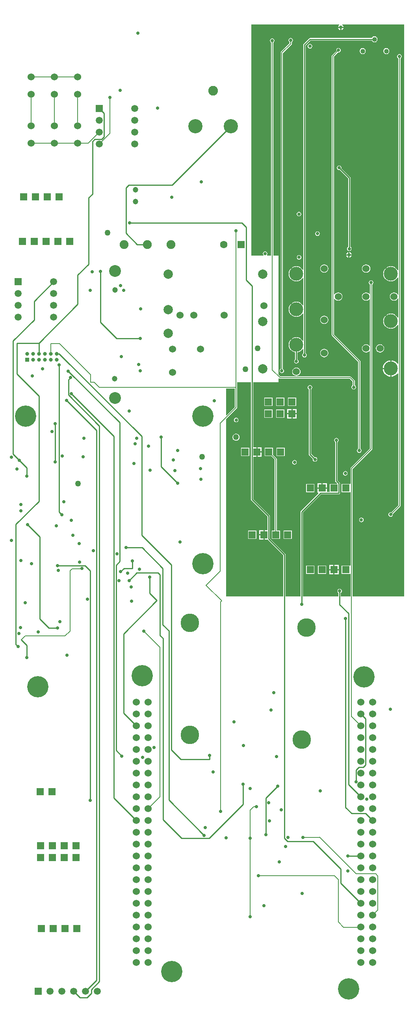
<source format=gbr>
G04 Layer_Physical_Order=5*
G04 Layer_Color=16440176*
%FSLAX26Y26*%
%MOIN*%
%TF.FileFunction,Copper,L5,Inr,Signal*%
%TF.Part,Single*%
G01*
G75*
%TA.AperFunction,Conductor*%
%ADD26C,0.010000*%
%ADD27C,0.008000*%
%TA.AperFunction,ComponentPad*%
%ADD29C,0.060000*%
%ADD30C,0.032500*%
%ADD31R,0.032500X0.032500*%
%ADD32C,0.100000*%
%ADD33C,0.047000*%
%ADD34R,0.060000X0.060000*%
%ADD35C,0.078740*%
%ADD36C,0.078740*%
%ADD37C,0.040000*%
%ADD38C,0.082000*%
%ADD39C,0.120000*%
%ADD40C,0.118110*%
%ADD41C,0.059055*%
%ADD42R,0.059055X0.059055*%
%ADD43C,0.047244*%
%TA.AperFunction,ViaPad*%
%ADD44C,0.060000*%
%TA.AperFunction,ComponentPad*%
%ADD45C,0.157000*%
%ADD46C,0.180000*%
%ADD47C,0.074803*%
%ADD48C,0.062992*%
%ADD49R,0.062992X0.062992*%
%TA.AperFunction,ViaPad*%
%ADD50C,0.027559*%
%ADD51C,0.050000*%
G36*
X1744202Y-447766D02*
X1673911Y-518057D01*
X1669291Y-516144D01*
X1669291Y-290673D01*
X1744202Y-290673D01*
X1744202Y-447766D01*
X1744202Y-447766D02*
G37*
G36*
X1880182Y-1229567D02*
X1880958Y-1233469D01*
X1883168Y-1236777D01*
X2020182Y-1373790D01*
X2020182Y-1487559D01*
X1994764Y-1487559D01*
X1994764Y-1527559D01*
X1994764Y-1567559D01*
X2021687Y-1567559D01*
X2023168Y-1569777D01*
X2152182Y-1698790D01*
X2152182Y-2047244D01*
X1669291Y-2047244D01*
X1669291Y-548631D01*
X1759867Y-458056D01*
X1761856Y-455079D01*
X1761972Y-454496D01*
X1762554Y-451567D01*
X1762554Y-281497D01*
X1762554Y-240157D01*
X1880182Y-240157D01*
X1880182Y-1229567D01*
X1880182Y-1229567D02*
G37*
G36*
X3177165Y-2047244D02*
X2739554Y-2047244D01*
X2739554Y-973368D01*
X2902867Y-810056D01*
X2904856Y-807079D01*
X2905554Y-803567D01*
X2905554Y-208879D01*
X2905554Y145452D01*
X2905554Y586979D01*
X2909917Y589894D01*
X2914068Y596106D01*
X2915525Y603433D01*
X2914068Y610760D01*
X2909917Y616972D01*
X2903705Y621123D01*
X2896378Y622580D01*
X2889050Y621123D01*
X2882839Y616972D01*
X2878688Y610760D01*
X2877231Y603433D01*
X2878688Y596106D01*
X2882839Y589894D01*
X2887202Y586979D01*
X2887202Y508183D01*
X2882202Y506486D01*
X2879292Y510277D01*
X2871981Y515887D01*
X2863467Y519414D01*
X2854330Y520617D01*
X2845193Y519414D01*
X2836679Y515887D01*
X2829368Y510277D01*
X2823758Y502966D01*
X2820231Y494452D01*
X2819028Y485315D01*
X2820231Y476178D01*
X2823758Y467664D01*
X2829368Y460353D01*
X2836679Y454743D01*
X2845193Y451216D01*
X2854330Y450013D01*
X2863467Y451216D01*
X2871981Y454743D01*
X2879292Y460353D01*
X2882202Y464144D01*
X2887202Y462447D01*
X2887202Y70113D01*
X2882202Y68416D01*
X2882202Y68416D01*
X2882202Y68416D01*
X2879292Y72207D01*
X2871981Y77817D01*
X2863467Y81344D01*
X2854330Y82547D01*
X2845193Y81344D01*
X2836679Y77817D01*
X2829368Y72207D01*
X2823758Y64896D01*
X2820231Y56382D01*
X2819028Y47245D01*
X2820231Y38108D01*
X2823758Y29594D01*
X2829368Y22283D01*
X2836679Y16673D01*
X2845193Y13146D01*
X2854330Y11943D01*
X2863467Y13146D01*
X2871981Y16673D01*
X2879292Y22283D01*
X2882202Y26074D01*
X2887202Y24377D01*
X2887202Y-799766D01*
X2723889Y-963078D01*
X2721900Y-966055D01*
X2721202Y-969567D01*
X2721202Y-1097197D01*
X2716890Y-1098858D01*
X2716202Y-1098858D01*
X2646890Y-1098858D01*
X2646890Y-1168858D01*
X2716202Y-1168858D01*
X2716890Y-1168858D01*
X2721202Y-1170520D01*
X2721202Y-1786173D01*
X2716890Y-1787835D01*
X2716202Y-1787835D01*
X2646890Y-1787835D01*
X2646890Y-1857835D01*
X2716202Y-1857835D01*
X2716890Y-1857835D01*
X2721202Y-1859496D01*
X2721202Y-2047244D01*
X2640944Y-2047244D01*
X2640944Y-2019340D01*
X2644287Y-2017106D01*
X2648438Y-2010894D01*
X2649895Y-2003567D01*
X2648438Y-1996240D01*
X2644287Y-1990028D01*
X2638075Y-1985877D01*
X2630748Y-1984420D01*
X2623421Y-1985877D01*
X2617209Y-1990028D01*
X2613058Y-1996240D01*
X2611601Y-2003567D01*
X2613058Y-2010894D01*
X2617209Y-2017106D01*
X2620552Y-2019340D01*
X2620552Y-2047244D01*
X2319156Y-2047244D01*
X2319156Y-1338208D01*
X2472601Y-1184763D01*
X2622378Y-1184763D01*
X2626280Y-1183987D01*
X2629588Y-1181777D01*
X2631798Y-1178469D01*
X2632574Y-1174567D01*
X2632574Y-1093567D01*
X2631798Y-1089665D01*
X2629588Y-1086357D01*
X2612574Y-1069344D01*
X2612574Y-745340D01*
X2615917Y-743106D01*
X2620068Y-736894D01*
X2621525Y-729567D01*
X2620068Y-722240D01*
X2615917Y-716028D01*
X2609705Y-711877D01*
X2602378Y-710420D01*
X2595050Y-711877D01*
X2588839Y-716028D01*
X2584688Y-722240D01*
X2583231Y-729567D01*
X2584688Y-736894D01*
X2588839Y-743106D01*
X2592182Y-745340D01*
X2592182Y-1073567D01*
X2592958Y-1077469D01*
X2595168Y-1080777D01*
X2608250Y-1093858D01*
X2606179Y-1098858D01*
X2546890Y-1098858D01*
X2546890Y-1164371D01*
X2521890Y-1164371D01*
X2521890Y-1138858D01*
X2441890Y-1138858D01*
X2441890Y-1173858D01*
X2448135Y-1173858D01*
X2450048Y-1178478D01*
X2301750Y-1326775D01*
X2299540Y-1330083D01*
X2298764Y-1333985D01*
X2298764Y-2047244D01*
X2172574Y-2047244D01*
X2172574Y-1694567D01*
X2171798Y-1690665D01*
X2169588Y-1687357D01*
X2040574Y-1558344D01*
X2040574Y-1369567D01*
X2039798Y-1365665D01*
X2037588Y-1362357D01*
X1900574Y-1225344D01*
X1900574Y-868740D01*
X1925709Y-868740D01*
X1925709Y-828740D01*
X1925709Y-788740D01*
X1900574Y-788740D01*
X1900574Y-240157D01*
X2114173Y-240157D01*
X2114173Y-208255D01*
X2119173Y-206666D01*
X2121236Y-208045D01*
X2124748Y-208743D01*
X2715947Y-208743D01*
X2740572Y-233368D01*
X2740572Y-264113D01*
X2736209Y-267028D01*
X2732058Y-273240D01*
X2730601Y-280567D01*
X2732058Y-287894D01*
X2736209Y-294106D01*
X2742421Y-298257D01*
X2749748Y-299714D01*
X2757075Y-298257D01*
X2763287Y-294106D01*
X2767438Y-287894D01*
X2768895Y-280567D01*
X2767438Y-273240D01*
X2763287Y-267028D01*
X2758924Y-264113D01*
X2758924Y-229567D01*
X2758226Y-226055D01*
X2756236Y-223078D01*
X2726236Y-193078D01*
X2723260Y-191089D01*
X2719748Y-190391D01*
X2128549Y-190391D01*
X2114173Y-176015D01*
X2114173Y814961D01*
X2114173Y830709D01*
X2068232Y830709D01*
X2068232Y2631182D01*
X2072595Y2634098D01*
X2076746Y2640310D01*
X2078203Y2647637D01*
X2076746Y2654964D01*
X2072595Y2661176D01*
X2066383Y2665327D01*
X2059056Y2666784D01*
X2051729Y2665327D01*
X2045517Y2661176D01*
X2041366Y2654964D01*
X2039909Y2647637D01*
X2041366Y2640310D01*
X2045517Y2634098D01*
X2049880Y2631182D01*
X2049880Y830709D01*
X2016835Y830709D01*
X2014500Y835709D01*
X2017438Y840106D01*
X2018895Y847433D01*
X2017438Y854760D01*
X2013287Y860972D01*
X2007075Y865123D01*
X1999748Y866580D01*
X1992420Y865123D01*
X1986209Y860972D01*
X1982058Y854760D01*
X1980601Y847433D01*
X1982058Y840106D01*
X1984996Y835709D01*
X1982661Y830709D01*
X1881890Y830709D01*
X1881890Y2785432D01*
X2626421Y2785433D01*
X2627937Y2780433D01*
X2623200Y2777267D01*
X2617944Y2769401D01*
X2617093Y2765123D01*
X2663595Y2765123D01*
X2662744Y2769401D01*
X2657488Y2777267D01*
X2652751Y2780433D01*
X2654267Y2785433D01*
X3177166Y2785433D01*
X3177165Y-2047244D01*
X3177165Y-2047244D02*
G37*
%LPC*%
G36*
X1865709Y-793740D02*
X1795709Y-793740D01*
X1795709Y-863740D01*
X1865709Y-863740D01*
X1865709Y-793740D01*
X1865709Y-793740D02*
G37*
G36*
X1753748Y-673308D02*
X1745916Y-674339D01*
X1738619Y-677362D01*
X1732352Y-682171D01*
X1727543Y-688438D01*
X1724520Y-695735D01*
X1723489Y-703567D01*
X1724520Y-711399D01*
X1727543Y-718696D01*
X1732352Y-724963D01*
X1738619Y-729772D01*
X1745916Y-732795D01*
X1753748Y-733826D01*
X1761580Y-732795D01*
X1768877Y-729772D01*
X1775144Y-724963D01*
X1779953Y-718696D01*
X1782976Y-711399D01*
X1784007Y-703567D01*
X1782976Y-695735D01*
X1779953Y-688438D01*
X1775144Y-682171D01*
X1768877Y-677362D01*
X1761580Y-674339D01*
X1753748Y-673308D01*
X1753748Y-673308D02*
G37*
G36*
X1754748Y-538420D02*
X1747420Y-539877D01*
X1741209Y-544028D01*
X1737058Y-550240D01*
X1735601Y-557567D01*
X1737058Y-564894D01*
X1741209Y-571106D01*
X1747420Y-575257D01*
X1754748Y-576714D01*
X1762075Y-575257D01*
X1768287Y-571106D01*
X1772438Y-564894D01*
X1773895Y-557567D01*
X1772438Y-550240D01*
X1768287Y-544028D01*
X1762075Y-539877D01*
X1754748Y-538420D01*
X1754748Y-538420D02*
G37*
G36*
X1984764Y-1532559D02*
X1949764Y-1532559D01*
X1949764Y-1567559D01*
X1984764Y-1567559D01*
X1984764Y-1532559D01*
X1984764Y-1532559D02*
G37*
G36*
X1984764Y-1487559D02*
X1949764Y-1487559D01*
X1949764Y-1522559D01*
X1984764Y-1522559D01*
X1984764Y-1487559D01*
X1984764Y-1487559D02*
G37*
G36*
X1924764Y-1492559D02*
X1854764Y-1492559D01*
X1854764Y-1562559D01*
X1924764Y-1562559D01*
X1924764Y-1492559D01*
X1924764Y-1492559D02*
G37*
G36*
X1970709Y-833740D02*
X1935709Y-833740D01*
X1935709Y-868740D01*
X1970709Y-868740D01*
X1970709Y-833740D01*
X1970709Y-833740D02*
G37*
G36*
X2165709Y-793740D02*
X2095709Y-793740D01*
X2095709Y-863740D01*
X2165709Y-863740D01*
X2165709Y-793740D01*
X2165709Y-793740D02*
G37*
G36*
X2678378Y-989420D02*
X2671050Y-990877D01*
X2664839Y-995028D01*
X2660688Y-1001240D01*
X2659231Y-1008567D01*
X2660688Y-1015894D01*
X2664839Y-1022106D01*
X2671050Y-1026257D01*
X2678378Y-1027714D01*
X2685705Y-1026257D01*
X2691917Y-1022106D01*
X2696068Y-1015894D01*
X2697525Y-1008567D01*
X2696068Y-1001240D01*
X2691917Y-995028D01*
X2685705Y-990877D01*
X2678378Y-989420D01*
X2678378Y-989420D02*
G37*
G36*
X2248032Y-896208D02*
X2240704Y-897665D01*
X2234493Y-901816D01*
X2230342Y-908028D01*
X2228885Y-915355D01*
X2230342Y-922682D01*
X2234493Y-928894D01*
X2240704Y-933045D01*
X2248032Y-934502D01*
X2255359Y-933045D01*
X2261571Y-928894D01*
X2265722Y-922682D01*
X2267179Y-915355D01*
X2265722Y-908028D01*
X2261571Y-901816D01*
X2255359Y-897665D01*
X2248032Y-896208D01*
X2248032Y-896208D02*
G37*
G36*
X2378748Y-262420D02*
X2371421Y-263877D01*
X2365209Y-268028D01*
X2361058Y-274240D01*
X2359601Y-281567D01*
X2361058Y-288894D01*
X2365209Y-295106D01*
X2368552Y-297340D01*
X2368552Y-847937D01*
X2369328Y-851839D01*
X2371538Y-855147D01*
X2403015Y-886623D01*
X2402231Y-890567D01*
X2403688Y-897894D01*
X2407839Y-904106D01*
X2414050Y-908257D01*
X2421378Y-909714D01*
X2428705Y-908257D01*
X2434917Y-904106D01*
X2439068Y-897894D01*
X2440525Y-890567D01*
X2439068Y-883240D01*
X2434917Y-877028D01*
X2428705Y-872877D01*
X2421378Y-871420D01*
X2417434Y-872204D01*
X2388944Y-843714D01*
X2388944Y-297340D01*
X2392287Y-295106D01*
X2396438Y-288894D01*
X2397895Y-281567D01*
X2396438Y-274240D01*
X2392287Y-268028D01*
X2386075Y-263877D01*
X2378748Y-262420D01*
X2378748Y-262420D02*
G37*
G36*
X1970709Y-788740D02*
X1935709Y-788740D01*
X1935709Y-823740D01*
X1970709Y-823740D01*
X1970709Y-788740D01*
X1970709Y-788740D02*
G37*
G36*
X2267559Y-508937D02*
X2232559Y-508937D01*
X2232559Y-543937D01*
X2267559Y-543937D01*
X2267559Y-508937D01*
X2267559Y-508937D02*
G37*
G36*
X2062559Y-468937D02*
X1992559Y-468937D01*
X1992559Y-538937D01*
X2062559Y-538937D01*
X2062559Y-468937D01*
X2062559Y-468937D02*
G37*
G36*
X2162559Y-468937D02*
X2092559Y-468937D01*
X2092559Y-538937D01*
X2162559Y-538937D01*
X2162559Y-468937D01*
X2162559Y-468937D02*
G37*
G36*
X2222559Y-508937D02*
X2187559Y-508937D01*
X2187559Y-543937D01*
X2222559Y-543937D01*
X2222559Y-508937D01*
X2222559Y-508937D02*
G37*
G36*
X2521890Y-1093858D02*
X2486890Y-1093858D01*
X2486890Y-1128858D01*
X2521890Y-1128858D01*
X2521890Y-1093858D01*
X2521890Y-1093858D02*
G37*
G36*
X2576890Y-1782835D02*
X2541890Y-1782835D01*
X2541890Y-1817835D01*
X2576890Y-1817835D01*
X2576890Y-1782835D01*
X2576890Y-1782835D02*
G37*
G36*
X2621890Y-1782835D02*
X2586890Y-1782835D01*
X2586890Y-1817835D01*
X2621890Y-1817835D01*
X2621890Y-1782835D01*
X2621890Y-1782835D02*
G37*
G36*
X2516890Y-1787835D02*
X2446890Y-1787835D01*
X2446890Y-1857835D01*
X2516890Y-1857835D01*
X2516890Y-1787835D01*
X2516890Y-1787835D02*
G37*
G36*
X2576890Y-1827835D02*
X2541890Y-1827835D01*
X2541890Y-1862835D01*
X2576890Y-1862835D01*
X2576890Y-1827835D01*
X2576890Y-1827835D02*
G37*
G36*
X2621890Y-1827835D02*
X2586890Y-1827835D01*
X2586890Y-1862835D01*
X2621890Y-1862835D01*
X2621890Y-1827835D01*
X2621890Y-1827835D02*
G37*
G36*
X2416890Y-1787835D02*
X2346890Y-1787835D01*
X2346890Y-1857835D01*
X2416890Y-1857835D01*
X2416890Y-1787835D01*
X2416890Y-1787835D02*
G37*
G36*
X2814378Y-1382420D02*
X2807050Y-1383877D01*
X2800839Y-1388028D01*
X2796688Y-1394240D01*
X2795231Y-1401567D01*
X2796688Y-1408894D01*
X2800839Y-1415106D01*
X2807050Y-1419257D01*
X2814378Y-1420714D01*
X2821705Y-1419257D01*
X2827917Y-1415106D01*
X2832068Y-1408894D01*
X2833525Y-1401567D01*
X2832068Y-1394240D01*
X2827917Y-1388028D01*
X2821705Y-1383877D01*
X2814378Y-1382420D01*
X2814378Y-1382420D02*
G37*
G36*
X2416890Y-1098858D02*
X2346890Y-1098858D01*
X2346890Y-1168858D01*
X2416890Y-1168858D01*
X2416890Y-1098858D01*
X2416890Y-1098858D02*
G37*
G36*
X2476890Y-1093858D02*
X2441890Y-1093858D01*
X2441890Y-1128858D01*
X2476890Y-1128858D01*
X2476890Y-1093858D01*
X2476890Y-1093858D02*
G37*
G36*
X2065709Y-793740D02*
X1995709Y-793740D01*
X1995709Y-863740D01*
X2052730Y-863740D01*
X2080588Y-891598D01*
X2080588Y-1492559D01*
X2054764Y-1492559D01*
X2054764Y-1562559D01*
X2124764Y-1562559D01*
X2124764Y-1492559D01*
X2098940Y-1492559D01*
X2098940Y-887797D01*
X2098242Y-884285D01*
X2096253Y-881308D01*
X2065709Y-850764D01*
X2065709Y-793740D01*
X2065709Y-793740D02*
G37*
G36*
X2224764Y-1492559D02*
X2154764Y-1492559D01*
X2154764Y-1562559D01*
X2224764Y-1562559D01*
X2224764Y-1492559D01*
X2224764Y-1492559D02*
G37*
G36*
X2713378Y860684D02*
X2713378Y842433D01*
X2731629Y842433D01*
X2730778Y846711D01*
X2725522Y854577D01*
X2717656Y859833D01*
X2713378Y860684D01*
X2713378Y860684D02*
G37*
G36*
X2625984Y1591982D02*
X2618657Y1590525D01*
X2612445Y1586374D01*
X2608294Y1580162D01*
X2606836Y1572835D01*
X2608294Y1565508D01*
X2612445Y1559296D01*
X2618657Y1555145D01*
X2625984Y1553688D01*
X2629928Y1554472D01*
X2701552Y1482848D01*
X2701552Y905206D01*
X2698209Y902972D01*
X2694058Y896760D01*
X2692601Y889433D01*
X2694058Y882106D01*
X2698209Y875894D01*
X2704421Y871743D01*
X2711748Y870286D01*
X2719075Y871743D01*
X2725287Y875894D01*
X2729438Y882106D01*
X2730895Y889433D01*
X2729438Y896760D01*
X2725287Y902972D01*
X2721944Y905206D01*
X2721944Y1487071D01*
X2721168Y1490973D01*
X2718957Y1494281D01*
X2644347Y1568891D01*
X2645131Y1572835D01*
X2643674Y1580162D01*
X2639523Y1586374D01*
X2633311Y1590525D01*
X2625984Y1591982D01*
X2625984Y1591982D02*
G37*
G36*
X2442748Y1035580D02*
X2435421Y1034123D01*
X2429209Y1029972D01*
X2425058Y1023760D01*
X2423601Y1016433D01*
X2425058Y1009106D01*
X2429209Y1002894D01*
X2435421Y998743D01*
X2442748Y997286D01*
X2450075Y998743D01*
X2456287Y1002894D01*
X2460438Y1009106D01*
X2461895Y1016433D01*
X2460438Y1023760D01*
X2456287Y1029972D01*
X2450075Y1034123D01*
X2442748Y1035580D01*
X2442748Y1035580D02*
G37*
G36*
X2703378Y860684D02*
X2699100Y859833D01*
X2691234Y854577D01*
X2685978Y846711D01*
X2685127Y842433D01*
X2703378Y842433D01*
X2703378Y860684D01*
X2703378Y860684D02*
G37*
G36*
X2287378Y835580D02*
X2280050Y834123D01*
X2273839Y829972D01*
X2269688Y823760D01*
X2268231Y816433D01*
X2269688Y809106D01*
X2273839Y802894D01*
X2280050Y798743D01*
X2287378Y797286D01*
X2294705Y798743D01*
X2300917Y802894D01*
X2305068Y809106D01*
X2306525Y816433D01*
X2305068Y823760D01*
X2300917Y829972D01*
X2294705Y834123D01*
X2287378Y835580D01*
X2287378Y835580D02*
G37*
G36*
X2703378Y832433D02*
X2685127Y832433D01*
X2685978Y828155D01*
X2691234Y820289D01*
X2699100Y815033D01*
X2703378Y814182D01*
X2703378Y832433D01*
X2703378Y832433D02*
G37*
G36*
X2731629Y832433D02*
X2713378Y832433D01*
X2713378Y814182D01*
X2717656Y815033D01*
X2725522Y820289D01*
X2730778Y828155D01*
X2731629Y832433D01*
X2731629Y832433D02*
G37*
G36*
X2286748Y1201580D02*
X2279421Y1200123D01*
X2273209Y1195972D01*
X2269058Y1189760D01*
X2267601Y1182433D01*
X2269058Y1175106D01*
X2273209Y1168894D01*
X2279421Y1164743D01*
X2286748Y1163286D01*
X2294075Y1164743D01*
X2300287Y1168894D01*
X2304438Y1175106D01*
X2305895Y1182433D01*
X2304438Y1189760D01*
X2300287Y1195972D01*
X2294075Y1200123D01*
X2286748Y1201580D01*
X2286748Y1201580D02*
G37*
G36*
X2925378Y2684923D02*
X2915623Y2682983D01*
X2907354Y2677457D01*
X2902123Y2669629D01*
X2379378Y2669629D01*
X2375476Y2668853D01*
X2372168Y2666643D01*
X2326168Y2620643D01*
X2323958Y2617335D01*
X2323182Y2613433D01*
X2323182Y712203D01*
X2318332Y710989D01*
X2317297Y712925D01*
X2309292Y722678D01*
X2299539Y730683D01*
X2288411Y736631D01*
X2276336Y740293D01*
X2263780Y741530D01*
X2251222Y740293D01*
X2239148Y736631D01*
X2228020Y730683D01*
X2218267Y722678D01*
X2210262Y712925D01*
X2204314Y701797D01*
X2200651Y689722D01*
X2199414Y677165D01*
X2200651Y664608D01*
X2204314Y652534D01*
X2210262Y641406D01*
X2218267Y631652D01*
X2228020Y623648D01*
X2239148Y617700D01*
X2251222Y614037D01*
X2263780Y612800D01*
X2276336Y614037D01*
X2288411Y617700D01*
X2299539Y623648D01*
X2309292Y631652D01*
X2317297Y641406D01*
X2318332Y643342D01*
X2323182Y642127D01*
X2323182Y412204D01*
X2318332Y410989D01*
X2317297Y412925D01*
X2309292Y422678D01*
X2299539Y430683D01*
X2288411Y436631D01*
X2276336Y440293D01*
X2263780Y441530D01*
X2251222Y440293D01*
X2239148Y436631D01*
X2228020Y430683D01*
X2218267Y422678D01*
X2210262Y412925D01*
X2204314Y401797D01*
X2200651Y389722D01*
X2199414Y377165D01*
X2200651Y364608D01*
X2204314Y352534D01*
X2210262Y341406D01*
X2218267Y331652D01*
X2228020Y323648D01*
X2239148Y317700D01*
X2251222Y314037D01*
X2263780Y312800D01*
X2276336Y314037D01*
X2288411Y317700D01*
X2299539Y323648D01*
X2309292Y331652D01*
X2317297Y341406D01*
X2318332Y343342D01*
X2323182Y342127D01*
X2323182Y112204D01*
X2318332Y110989D01*
X2317297Y112925D01*
X2309292Y122678D01*
X2299539Y130683D01*
X2288411Y136631D01*
X2276336Y140293D01*
X2263780Y141530D01*
X2251222Y140293D01*
X2239148Y136631D01*
X2228020Y130683D01*
X2218267Y122678D01*
X2210262Y112925D01*
X2204314Y101797D01*
X2200651Y89722D01*
X2199414Y77165D01*
X2200651Y64608D01*
X2204314Y52534D01*
X2210262Y41406D01*
X2218267Y31652D01*
X2228020Y23648D01*
X2239148Y17700D01*
X2251222Y14037D01*
X2253584Y13805D01*
X2253584Y-46794D01*
X2250241Y-49028D01*
X2246090Y-55240D01*
X2244633Y-62567D01*
X2246090Y-69894D01*
X2250241Y-76106D01*
X2256452Y-80257D01*
X2263780Y-81714D01*
X2271107Y-80257D01*
X2277319Y-76106D01*
X2281470Y-69894D01*
X2282927Y-62567D01*
X2281470Y-55240D01*
X2277319Y-49028D01*
X2273976Y-46794D01*
X2273976Y13805D01*
X2276336Y14037D01*
X2288411Y17700D01*
X2299539Y23648D01*
X2309292Y31652D01*
X2317297Y41406D01*
X2318332Y43342D01*
X2323182Y42127D01*
X2323182Y5418D01*
X2319839Y3184D01*
X2315688Y-3028D01*
X2314231Y-10355D01*
X2315688Y-17682D01*
X2319839Y-23894D01*
X2326050Y-28045D01*
X2333378Y-29502D01*
X2340705Y-28045D01*
X2346917Y-23894D01*
X2351068Y-17682D01*
X2352525Y-10355D01*
X2351068Y-3028D01*
X2346917Y3184D01*
X2343574Y5418D01*
X2343574Y2609210D01*
X2383601Y2649237D01*
X2902123Y2649237D01*
X2907354Y2641409D01*
X2915623Y2635883D01*
X2925378Y2633943D01*
X2935132Y2635883D01*
X2943402Y2641409D01*
X2948927Y2649678D01*
X2950868Y2659433D01*
X2948927Y2669188D01*
X2943402Y2677457D01*
X2935132Y2682983D01*
X2925378Y2684923D01*
X2925378Y2684923D02*
G37*
G36*
X2635344Y2755123D02*
X2617093Y2755123D01*
X2617944Y2750845D01*
X2623200Y2742979D01*
X2631066Y2737723D01*
X2635344Y2736872D01*
X2635344Y2755123D01*
X2635344Y2755123D02*
G37*
G36*
X2663595Y2755123D02*
X2645344Y2755123D01*
X2645344Y2736872D01*
X2649622Y2737723D01*
X2657488Y2742979D01*
X2662744Y2750845D01*
X2663595Y2755123D01*
X2663595Y2755123D02*
G37*
G36*
X2378748Y2619580D02*
X2371421Y2618123D01*
X2365209Y2613972D01*
X2361058Y2607760D01*
X2359601Y2600433D01*
X2361058Y2593106D01*
X2365209Y2586894D01*
X2371421Y2582743D01*
X2378748Y2581286D01*
X2386075Y2582743D01*
X2392287Y2586894D01*
X2396438Y2593106D01*
X2397895Y2600433D01*
X2396438Y2607760D01*
X2392287Y2613972D01*
X2386075Y2618123D01*
X2378748Y2619580D01*
X2378748Y2619580D02*
G37*
G36*
X2825378Y2584923D02*
X2815623Y2582983D01*
X2807354Y2577457D01*
X2801828Y2569188D01*
X2799888Y2559433D01*
X2801828Y2549678D01*
X2807354Y2541409D01*
X2815623Y2535883D01*
X2825378Y2533943D01*
X2835132Y2535883D01*
X2843402Y2541409D01*
X2848927Y2549678D01*
X2850868Y2559433D01*
X2848927Y2569188D01*
X2843402Y2577457D01*
X2835132Y2582983D01*
X2825378Y2584923D01*
X2825378Y2584923D02*
G37*
G36*
X3025378Y2584923D02*
X3015623Y2582983D01*
X3007354Y2577457D01*
X3001828Y2569188D01*
X2999888Y2559433D01*
X3001828Y2549678D01*
X3007354Y2541409D01*
X3015623Y2535883D01*
X3025378Y2533943D01*
X3035132Y2535883D01*
X3043402Y2541409D01*
X3048927Y2549678D01*
X3050868Y2559433D01*
X3048927Y2569188D01*
X3043402Y2577457D01*
X3035132Y2582983D01*
X3025378Y2584923D01*
X3025378Y2584923D02*
G37*
G36*
X2620378Y2585580D02*
X2613050Y2584123D01*
X2606839Y2579972D01*
X2602688Y2573760D01*
X2601231Y2566433D01*
X2602254Y2561287D01*
X2566889Y2525922D01*
X2564900Y2522945D01*
X2564202Y2519433D01*
X2564202Y160433D01*
X2564900Y156921D01*
X2566889Y153944D01*
X2787386Y-66552D01*
X2787386Y-800225D01*
X2783023Y-803140D01*
X2778872Y-809352D01*
X2777414Y-816679D01*
X2778872Y-824006D01*
X2783023Y-830218D01*
X2789235Y-834369D01*
X2796562Y-835826D01*
X2803889Y-834369D01*
X2810101Y-830218D01*
X2814252Y-824006D01*
X2815709Y-816679D01*
X2814252Y-809352D01*
X2810101Y-803140D01*
X2805738Y-800225D01*
X2805738Y-208879D01*
X2805738Y-62751D01*
X2805040Y-59239D01*
X2803050Y-56262D01*
X2793582Y-46794D01*
X2775918Y-29130D01*
X2775918Y-29130D01*
X2582554Y164234D01*
X2582554Y466629D01*
X2587537Y467664D01*
X2593148Y460353D01*
X2600459Y454743D01*
X2608973Y451216D01*
X2618110Y450013D01*
X2627247Y451216D01*
X2635761Y454743D01*
X2643072Y460353D01*
X2648682Y467664D01*
X2652209Y476178D01*
X2653412Y485315D01*
X2652209Y494452D01*
X2648682Y502966D01*
X2643072Y510277D01*
X2635761Y515887D01*
X2627247Y519414D01*
X2618110Y520617D01*
X2608973Y519414D01*
X2600459Y515887D01*
X2593148Y510277D01*
X2587537Y502966D01*
X2582554Y504001D01*
X2582554Y2515632D01*
X2615231Y2548309D01*
X2620378Y2547286D01*
X2627705Y2548743D01*
X2633917Y2552894D01*
X2638068Y2559106D01*
X2639525Y2566433D01*
X2638068Y2573760D01*
X2633917Y2579972D01*
X2627705Y2584123D01*
X2620378Y2585580D01*
X2620378Y2585580D02*
G37*
G36*
X2262559Y-368937D02*
X2192559Y-368937D01*
X2192559Y-438937D01*
X2262559Y-438937D01*
X2262559Y-368937D01*
X2262559Y-368937D02*
G37*
G36*
X3058780Y-127835D02*
X2994883Y-127835D01*
X2995724Y-136372D01*
X2999672Y-149389D01*
X3006084Y-161385D01*
X3014714Y-171900D01*
X3025229Y-180530D01*
X3037225Y-186942D01*
X3050242Y-190891D01*
X3058780Y-191731D01*
X3058780Y-127835D01*
X3058780Y-127835D02*
G37*
G36*
X2263780Y-114305D02*
X2254643Y-115508D01*
X2246129Y-119035D01*
X2238818Y-124645D01*
X2233207Y-131956D01*
X2229681Y-140470D01*
X2228478Y-149607D01*
X2229681Y-158744D01*
X2233207Y-167258D01*
X2238818Y-174569D01*
X2246129Y-180179D01*
X2254643Y-183706D01*
X2263780Y-184909D01*
X2272917Y-183706D01*
X2281431Y-180179D01*
X2288742Y-174569D01*
X2294352Y-167258D01*
X2297879Y-158744D01*
X2299082Y-149607D01*
X2297879Y-140470D01*
X2294352Y-131956D01*
X2288742Y-124645D01*
X2281431Y-119035D01*
X2272917Y-115508D01*
X2263780Y-114305D01*
X2263780Y-114305D02*
G37*
G36*
X2162559Y-368937D02*
X2092559Y-368937D01*
X2092559Y-438937D01*
X2162559Y-438937D01*
X2162559Y-368937D01*
X2162559Y-368937D02*
G37*
G36*
X2222559Y-463937D02*
X2187559Y-463937D01*
X2187559Y-498937D01*
X2222559Y-498937D01*
X2222559Y-463937D01*
X2222559Y-463937D02*
G37*
G36*
X2267559Y-463937D02*
X2232559Y-463937D01*
X2232559Y-498937D01*
X2267559Y-498937D01*
X2267559Y-463937D01*
X2267559Y-463937D02*
G37*
G36*
X2062559Y-368937D02*
X1992559Y-368937D01*
X1992559Y-438937D01*
X2062559Y-438937D01*
X2062559Y-368937D01*
X2062559Y-368937D02*
G37*
G36*
X2216536Y2670722D02*
X2209209Y2669265D01*
X2202997Y2665114D01*
X2198846Y2658902D01*
X2197389Y2651575D01*
X2198846Y2644248D01*
X2202997Y2638036D01*
X2207360Y2635120D01*
X2207360Y2626022D01*
X2134259Y2552922D01*
X2132270Y2549945D01*
X2131572Y2546433D01*
X2131572Y-125112D01*
X2127209Y-128028D01*
X2123058Y-134240D01*
X2121601Y-141567D01*
X2123058Y-148894D01*
X2127209Y-155106D01*
X2133421Y-159257D01*
X2140748Y-160714D01*
X2148075Y-159257D01*
X2154287Y-155106D01*
X2158438Y-148894D01*
X2159895Y-141567D01*
X2158438Y-134240D01*
X2154287Y-128028D01*
X2149924Y-125112D01*
X2149924Y2542632D01*
X2223024Y2615732D01*
X2225014Y2618709D01*
X2225712Y2622221D01*
X2225712Y2635120D01*
X2230075Y2638036D01*
X2234226Y2644248D01*
X2235683Y2651575D01*
X2234226Y2658902D01*
X2230075Y2665114D01*
X2223863Y2669265D01*
X2216536Y2670722D01*
X2216536Y2670722D02*
G37*
G36*
X2500000Y756837D02*
X2490863Y755634D01*
X2482349Y752107D01*
X2475038Y746497D01*
X2469427Y739186D01*
X2465901Y730672D01*
X2464698Y721535D01*
X2465901Y712398D01*
X2469427Y703884D01*
X2475038Y696573D01*
X2482349Y690963D01*
X2490863Y687436D01*
X2500000Y686233D01*
X2509137Y687436D01*
X2517651Y690963D01*
X2524962Y696573D01*
X2530572Y703884D01*
X2534099Y712398D01*
X2535302Y721535D01*
X2534099Y730672D01*
X2530572Y739186D01*
X2524962Y746497D01*
X2517651Y752107D01*
X2509137Y755634D01*
X2500000Y756837D01*
X2500000Y756837D02*
G37*
G36*
X2854330Y756837D02*
X2845193Y755634D01*
X2836679Y752107D01*
X2829368Y746497D01*
X2823758Y739186D01*
X2820231Y730672D01*
X2819028Y721535D01*
X2820231Y712398D01*
X2823758Y703884D01*
X2829368Y696573D01*
X2836679Y690963D01*
X2845193Y687436D01*
X2854330Y686233D01*
X2863467Y687436D01*
X2871981Y690963D01*
X2879292Y696573D01*
X2884902Y703884D01*
X2888429Y712398D01*
X2889632Y721535D01*
X2888429Y730672D01*
X2884902Y739186D01*
X2879292Y746497D01*
X2871981Y752107D01*
X2863467Y755634D01*
X2854330Y756837D01*
X2854330Y756837D02*
G37*
G36*
X3135378Y2534580D02*
X3128050Y2533123D01*
X3121839Y2528972D01*
X3117688Y2522760D01*
X3116231Y2515433D01*
X3117688Y2508106D01*
X3121839Y2501894D01*
X3126202Y2498979D01*
X3126202Y706872D01*
X3121202Y705620D01*
X3117297Y712925D01*
X3109292Y722678D01*
X3099539Y730683D01*
X3088411Y736631D01*
X3076336Y740293D01*
X3063780Y741530D01*
X3051222Y740293D01*
X3039148Y736631D01*
X3028020Y730683D01*
X3018267Y722678D01*
X3010262Y712925D01*
X3004314Y701797D01*
X3000651Y689722D01*
X2999414Y677165D01*
X3000651Y664608D01*
X3004314Y652534D01*
X3010262Y641406D01*
X3018267Y631652D01*
X3028020Y623648D01*
X3039148Y617700D01*
X3051222Y614037D01*
X3063780Y612800D01*
X3076336Y614037D01*
X3088411Y617700D01*
X3099539Y623648D01*
X3109292Y631652D01*
X3117297Y641406D01*
X3121202Y648711D01*
X3126202Y647458D01*
X3126202Y503769D01*
X3121202Y502775D01*
X3121122Y502966D01*
X3115512Y510277D01*
X3108201Y515887D01*
X3099687Y519414D01*
X3090550Y520617D01*
X3081413Y519414D01*
X3072899Y515887D01*
X3065588Y510277D01*
X3059977Y502966D01*
X3056451Y494452D01*
X3055248Y485315D01*
X3056451Y476178D01*
X3059977Y467664D01*
X3065588Y460353D01*
X3072899Y454743D01*
X3081413Y451216D01*
X3090550Y450013D01*
X3099687Y451216D01*
X3108201Y454743D01*
X3115512Y460353D01*
X3121122Y467664D01*
X3121202Y467855D01*
X3126202Y466861D01*
X3126202Y306872D01*
X3121202Y305620D01*
X3117297Y312925D01*
X3109292Y322678D01*
X3099539Y330683D01*
X3088411Y336631D01*
X3076336Y340293D01*
X3063780Y341530D01*
X3051222Y340293D01*
X3039148Y336631D01*
X3028020Y330683D01*
X3018267Y322678D01*
X3010262Y312925D01*
X3004314Y301797D01*
X3000651Y289722D01*
X2999414Y277165D01*
X3000651Y264608D01*
X3004314Y252534D01*
X3010262Y241406D01*
X3018267Y231652D01*
X3028020Y223648D01*
X3039148Y217700D01*
X3051222Y214037D01*
X3063780Y212800D01*
X3076336Y214037D01*
X3088411Y217700D01*
X3099539Y223648D01*
X3109292Y231652D01*
X3117297Y241406D01*
X3121202Y248711D01*
X3126202Y247458D01*
X3126202Y-80362D01*
X3121554Y-83952D01*
X3121202Y-83951D01*
X3112845Y-73769D01*
X3102330Y-65140D01*
X3090334Y-58727D01*
X3077317Y-54779D01*
X3068780Y-53938D01*
X3068780Y-122835D01*
X3068780Y-191731D01*
X3077317Y-190891D01*
X3090334Y-186942D01*
X3102330Y-180530D01*
X3112845Y-171900D01*
X3121202Y-161718D01*
X3121554Y-161718D01*
X3126202Y-165307D01*
X3126202Y-1278498D01*
X3066524Y-1338175D01*
X3061378Y-1337152D01*
X3054050Y-1338609D01*
X3047839Y-1342760D01*
X3043688Y-1348972D01*
X3042231Y-1356299D01*
X3043688Y-1363626D01*
X3047839Y-1369838D01*
X3054050Y-1373989D01*
X3061378Y-1375446D01*
X3068705Y-1373989D01*
X3074917Y-1369838D01*
X3079068Y-1363626D01*
X3080525Y-1356299D01*
X3079502Y-1351152D01*
X3141867Y-1288788D01*
X3143856Y-1285811D01*
X3144554Y-1282299D01*
X3144554Y-208879D01*
X3144554Y145452D01*
X3144554Y2498979D01*
X3148917Y2501894D01*
X3153068Y2508106D01*
X3154525Y2515433D01*
X3153068Y2522760D01*
X3148917Y2528972D01*
X3142705Y2533123D01*
X3135378Y2534580D01*
X3135378Y2534580D02*
G37*
G36*
X2500000Y323767D02*
X2490863Y322564D01*
X2482349Y319037D01*
X2475038Y313427D01*
X2469427Y306116D01*
X2465901Y297602D01*
X2464698Y288465D01*
X2465901Y279328D01*
X2469427Y270814D01*
X2475038Y263503D01*
X2482349Y257893D01*
X2490863Y254366D01*
X2500000Y253163D01*
X2509137Y254366D01*
X2517651Y257893D01*
X2524962Y263503D01*
X2530572Y270814D01*
X2534099Y279328D01*
X2535302Y288465D01*
X2534099Y297602D01*
X2530572Y306116D01*
X2524962Y313427D01*
X2517651Y319037D01*
X2509137Y322564D01*
X2500000Y323767D01*
X2500000Y323767D02*
G37*
G36*
X3058780Y-53938D02*
X3050242Y-54779D01*
X3037225Y-58727D01*
X3025229Y-65140D01*
X3014714Y-73769D01*
X3006084Y-84284D01*
X2999672Y-96281D01*
X2995724Y-109297D01*
X2994883Y-117835D01*
X3058780Y-117835D01*
X3058780Y-53938D01*
X3058780Y-53938D02*
G37*
G36*
X2500000Y43177D02*
X2490863Y41974D01*
X2482349Y38447D01*
X2475038Y32837D01*
X2469427Y25526D01*
X2465901Y17012D01*
X2464698Y7875D01*
X2465901Y-1262D01*
X2469427Y-9776D01*
X2475038Y-17087D01*
X2482349Y-22697D01*
X2490863Y-26224D01*
X2500000Y-27427D01*
X2509137Y-26224D01*
X2517651Y-22697D01*
X2524962Y-17087D01*
X2530572Y-9776D01*
X2534099Y-1262D01*
X2535302Y7875D01*
X2534099Y17012D01*
X2530572Y25526D01*
X2524962Y32837D01*
X2517651Y38447D01*
X2509137Y41974D01*
X2500000Y43177D01*
X2500000Y43177D02*
G37*
G36*
X2972442Y82547D02*
X2963305Y81344D01*
X2954791Y77817D01*
X2947480Y72207D01*
X2941869Y64896D01*
X2938343Y56382D01*
X2937140Y47245D01*
X2938343Y38108D01*
X2941869Y29594D01*
X2947480Y22283D01*
X2954791Y16673D01*
X2963305Y13146D01*
X2972442Y11943D01*
X2981579Y13146D01*
X2990093Y16673D01*
X2997404Y22283D01*
X3003014Y29594D01*
X3006541Y38108D01*
X3007744Y47245D01*
X3006541Y56382D01*
X3003014Y64896D01*
X2997404Y72207D01*
X2990093Y77817D01*
X2981579Y81344D01*
X2972442Y82547D01*
X2972442Y82547D02*
G37*
%LPD*%
D26*
X414378Y420378D02*
X414378Y666433D01*
X83000Y89000D02*
X414378Y420378D01*
X-101000Y91000D02*
X85000Y91000D01*
X85000Y0D02*
X85000Y91000D01*
X-101000Y-169945D02*
X-101000Y91000D01*
X-101000Y-169945D02*
X85000Y-355945D01*
X-133000Y110000D02*
X44496Y287496D01*
X85000Y-1245945D02*
X85000Y-355945D01*
X-109252Y-1440197D02*
X85000Y-1245945D01*
X-133000Y-846259D02*
X-133000Y110000D01*
X-133000Y-846259D02*
X-81622Y-897637D01*
X44496Y287496D02*
X44496Y445477D01*
X209058Y610039D01*
X250000Y2756D02*
X256425Y2756D01*
X719378Y-3752841D02*
X909450Y-3942913D01*
X2705378Y-3638841D02*
X2809450Y-3742913D01*
X802378Y-3035841D02*
X909450Y-3142913D01*
X2639378Y-4472841D02*
X2809450Y-4642913D01*
X2850378Y-3883841D02*
X2909450Y-3942913D01*
X605012Y268363D02*
X605012Y698363D01*
X605012Y268363D02*
X742940Y130433D01*
X943378Y130433D01*
X358878Y-336067D02*
X719378Y-696567D01*
X805378Y-1811567D02*
X875378Y-1811567D01*
X777378Y-1839567D02*
X805378Y-1811567D01*
X2705378Y-3638841D02*
X2705378Y-2193567D01*
X2630378Y-2118567D02*
X2705378Y-2193567D01*
X2630748Y-2118197D02*
X2630748Y-2003567D01*
X2622378Y-1174567D02*
X2622378Y-1093567D01*
X2468378Y-1174567D02*
X2622378Y-1174567D01*
X2379378Y2659433D02*
X2925378Y2659433D01*
X2333378Y2613433D02*
X2379378Y2659433D01*
X802378Y-2365567D02*
X1084378Y-2083567D01*
X802378Y-3035841D02*
X802378Y-2365567D01*
X2407378Y-4119567D02*
X2639378Y-4351567D01*
X2162378Y-4093567D02*
X2188378Y-4119567D01*
X2030378Y-1562567D02*
X2030378Y-1369567D01*
X1839378Y624433D02*
X1890378Y573433D01*
X93748Y-2237567D02*
X93748Y-1546567D01*
X93748Y-2237567D02*
X170748Y-2314567D01*
X2732378Y-3883841D02*
X2850378Y-3883841D01*
X2679378Y-3830841D02*
X2732378Y-3883841D01*
X2698724Y-4242913D02*
X2809450Y-4242913D01*
X636378Y1833433D02*
X636378Y2032915D01*
X538378Y1795433D02*
X556378Y1813433D01*
X506378Y1320433D02*
X538378Y1352433D01*
X414378Y666433D02*
X506378Y758433D01*
X-109252Y-2454937D02*
X-109252Y-1440197D01*
X719378Y-3752841D02*
X719378Y-696567D01*
X956378Y-1531567D02*
X956378Y-697197D01*
X875378Y-1811567D02*
X875378Y-1747567D01*
X2630378Y-2118567D02*
X2630748Y-2118197D01*
X2602378Y-1073567D02*
X2602378Y-729567D01*
X2602378Y-1073567D02*
X2622378Y-1093567D01*
X2333378Y-10355D02*
X2333378Y2613433D01*
X2639378Y-4472841D02*
X2639378Y-4351567D01*
X2188378Y-4119567D02*
X2407378Y-4119567D01*
X2162378Y-4093567D02*
X2162378Y-1694567D01*
X2030378Y-1562567D02*
X2162378Y-1694567D01*
X1890378Y-1229567D02*
X2030378Y-1369567D01*
X1890378Y-1229567D02*
X1890378Y573433D01*
X1839378Y624433D02*
X1839378Y1071433D01*
X1804378Y1106433D02*
X1839378Y1071433D01*
X853378Y1106433D02*
X1804378Y1106433D01*
X-9252Y-1443567D02*
X93748Y-1546567D01*
X170748Y-2314567D02*
X241748Y-2314567D01*
X2679378Y-3830841D02*
X2679378Y-2235567D01*
X596064Y2073229D02*
X636378Y2032915D01*
X616378Y1813433D02*
X636378Y1833433D01*
X556378Y1813433D02*
X616378Y1813433D01*
X538378Y1352433D02*
X538378Y1795433D01*
X506378Y758433D02*
X506378Y1320433D01*
X-109252Y-2454937D02*
X-91622Y-2472567D01*
X2263780Y-62567D02*
X2263780Y77165D01*
X2378748Y-847937D02*
X2378748Y-281567D01*
X2378748Y-847937D02*
X2421378Y-890567D01*
X2006378Y-3751497D02*
X2106300Y-3651575D01*
X2006378Y-4063245D02*
X2006378Y-3751497D01*
X2769378Y-3614567D02*
X2769378Y-3514567D01*
X2791378Y-3492567D01*
X2828378Y-3492567D01*
X2850378Y-3470567D01*
X2850378Y-3083841D01*
X2809450Y-3042913D02*
X2850378Y-3083841D01*
X2625984Y1572835D02*
X2711748Y1487071D01*
X2711748Y889433D02*
X2711748Y1487071D01*
X242748Y-1788567D02*
X475378Y-1788567D01*
X520378Y-1833567D01*
X520378Y-3773623D02*
X520378Y-1833567D01*
X-18622Y-1031567D02*
X-18622Y-960637D01*
X-81622Y-897637D02*
X-18622Y-960637D01*
X378738Y-5385827D02*
X431478Y-5438567D01*
X492378Y-5438567D01*
X528378Y-5402567D01*
X528378Y-5371567D01*
X596378Y-5303567D01*
X596378Y-607847D01*
X335098Y-346567D02*
X596378Y-607847D01*
X335098Y-346567D02*
X335098Y-217687D01*
X352658Y-200127D01*
X738378Y-3348913D02*
X787378Y-3397913D01*
X738378Y-3348913D02*
X738378Y-1784567D01*
X769378Y-1753567D01*
X769378Y-579567D01*
X334378Y-144567D02*
X769378Y-579567D01*
X318378Y-393559D02*
X571378Y-646559D01*
X571378Y-5293187D02*
X571378Y-646559D01*
X478738Y-5385827D02*
X571378Y-5293187D01*
X1814378Y-3805567D02*
X1814378Y-3635567D01*
X1526378Y-4093567D02*
X1814378Y-3805567D01*
X1292378Y-4093567D02*
X1526378Y-4093567D01*
X1092378Y-1849567D02*
X1109378Y-1866567D01*
X913378Y-1849567D02*
X1092378Y-1849567D01*
X848378Y-1914567D02*
X913378Y-1849567D01*
X822748Y-1634567D02*
X958378Y-1634567D01*
X1134378Y-1810567D01*
X1184748Y-3769393D02*
X1184748Y-2338051D01*
X-63204Y-2415567D02*
X-16622Y-2462149D01*
X-16622Y-2566567D02*
X-16622Y-2462149D01*
X917220Y925591D02*
X1003740Y925591D01*
X1023748Y-2022937D02*
X1084378Y-2083567D01*
X1023748Y-2022937D02*
X1023748Y-1884567D01*
X221378Y-910567D02*
X223748Y-908197D01*
X223748Y-588567D01*
X257378Y-1335947D02*
X280998Y-1359567D01*
X257378Y-1335947D02*
X257378Y-93567D01*
X1134378Y-2287681D02*
X1184748Y-2338051D01*
X1134378Y-2287681D02*
X1134378Y-1810567D01*
X1109378Y-2377567D02*
X1109378Y-1866567D01*
X1134748Y-3935937D02*
X1134748Y-2402937D01*
X1109378Y-2377567D02*
X1134748Y-2402937D01*
X1134748Y-3935937D02*
X1292378Y-4093567D01*
X1118378Y-951197D02*
X1118378Y-700567D01*
X1118378Y-951197D02*
X1259748Y-1092567D01*
X2308960Y-1333985D02*
X2468378Y-1174567D01*
X2308960Y-2115795D02*
X2308960Y-1333985D01*
X956378Y-1531567D02*
X1206598Y-1781787D01*
X1184748Y-3769393D02*
X1484252Y-4068897D01*
X1530378Y-3425795D02*
X1530378Y-3392567D01*
X1206598Y-3345953D02*
X1206598Y-1781787D01*
X1206598Y-3345953D02*
X1286442Y-3425795D01*
X1530378Y-3425795D01*
X847307Y1428362D02*
X1213307Y1428362D01*
X1710378Y1925433D01*
X822011Y1020799D02*
X917220Y925591D01*
X822011Y1020799D02*
X822011Y1403067D01*
X847307Y1428362D01*
X256425Y2756D02*
X956378Y-697197D01*
D27*
X185000Y88583D02*
X259842Y88583D01*
X185000Y-1D02*
X185000Y88583D01*
X2909450Y-4742913D02*
X2952378Y-4699985D01*
X2730378Y-3063841D02*
X2809450Y-3142913D01*
X1874378Y-4755905D02*
X1874378Y-4088567D01*
X2809450Y-4842913D02*
X2809550Y-4842963D01*
X2813386Y-4844881D01*
X2663778Y-4844881D02*
X2813386Y-4844881D01*
X1009450Y-3842913D02*
X1109748Y-3742615D01*
X2935378Y-4393567D02*
X2952378Y-4410567D01*
X2458378Y-4082567D02*
X2769378Y-4393567D01*
X413386Y1779527D02*
X502362Y1779527D01*
X216536Y1779527D02*
X413386Y1779527D01*
X2796562Y-816679D02*
X2796562Y-62751D01*
X2730378Y-3063841D02*
X2730378Y-969567D01*
X1871748Y-4092567D02*
X1874378Y-4088567D01*
X2030708Y-828741D02*
X2089764Y-887797D01*
X19686Y2342519D02*
X216536Y2342519D01*
X-31496Y-2383859D02*
X307086Y-2383859D01*
X350394Y-2340551D01*
X350394Y-1832677D02*
X367504Y-1815567D01*
X2618110Y-4799213D02*
X2663778Y-4844881D01*
X2586614Y-4409449D02*
X2618110Y-4440945D01*
X1968504Y-4409449D02*
X2376104Y-4409567D01*
X1941378Y-4409567D02*
X2376104Y-4409567D01*
X2059056Y-133875D02*
X2059056Y2647637D01*
X2059056Y-133875D02*
X2124748Y-199567D01*
X2719748Y-199567D02*
X2749748Y-229567D01*
X2749748Y-280567D02*
X2749748Y-229567D01*
X2140748Y2546433D02*
X2216536Y2622221D01*
X3135378Y-1282299D02*
X3135378Y2515433D01*
X594488Y-281497D02*
X1753378Y-281497D01*
X552562Y-239567D02*
X594488Y-281497D01*
X523622Y-239567D02*
X552562Y-239567D01*
X523622Y-239567D02*
X523622Y-175197D01*
X259842Y88583D02*
X523622Y-175197D01*
X1618378Y-1836347D02*
X1618378Y-586567D01*
X1753378Y-451567D02*
X1753378Y-281497D01*
X19686Y1929133D02*
X19686Y2192913D01*
X216536Y1929133D02*
X216536Y2192913D01*
X413386Y1929133D02*
X413386Y2192913D01*
X2952378Y-4699985D02*
X2952378Y-4410567D01*
X2769378Y-4393567D02*
X2935378Y-4393567D01*
X502362Y1779527D02*
X596064Y1873229D01*
X19686Y1779527D02*
X216536Y1779527D01*
X2573378Y160433D02*
X2796562Y-62751D01*
X2573378Y160433D02*
X2573378Y2519433D01*
X2620378Y2566433D01*
X2730378Y-969567D02*
X2896378Y-803567D01*
X2896378Y603433D01*
X1871748Y-4092567D02*
X1871748Y-3857197D01*
X2089764Y-1527559D02*
X2089764Y-887797D01*
X216536Y2342519D02*
X413386Y2342519D01*
X686378Y1863543D02*
X686378Y2169433D01*
X596064Y1773229D02*
X686378Y1863543D01*
X-63204Y-2415567D02*
X-31496Y-2383859D01*
X350394Y-2340551D02*
X350394Y-1832677D01*
X367504Y-1815567D02*
X448748Y-1815567D01*
X450748Y-1813567D01*
X2618110Y-4799213D02*
X2618110Y-4440945D01*
X1968504Y-4409449D02*
X2586614Y-4409449D01*
X2124748Y-199567D02*
X2719748Y-199567D01*
X2216536Y2622221D02*
X2216536Y2651575D01*
X2140748Y-141567D02*
X2140748Y2546433D01*
X3061378Y-1356299D02*
X3135378Y-1282299D01*
X1618378Y-586567D02*
X1753378Y-451567D01*
X1500378Y-1954347D02*
X1618378Y-1836347D01*
X1753378Y-281497D02*
X1753378Y1042433D01*
X2455378Y-4085567D02*
X2458378Y-4082567D01*
X2319748Y-4085567D02*
X2455378Y-4085567D01*
X1109748Y-3742615D02*
X1109748Y-2479937D01*
X973378Y-2343567D02*
X1109748Y-2479937D01*
X1500378Y-1954347D02*
X1631442Y-2085409D01*
X1621442Y-2095409D02*
X1631442Y-2085409D01*
X1621442Y-3865795D02*
X1621442Y-2095409D01*
X1871748Y-3857197D02*
X1903150Y-3825795D01*
X1926442Y-3825795D01*
D29*
X1009748Y-2942567D02*
D03*
X1009748Y-3042567D02*
D03*
X1009748Y-3142567D02*
D03*
X1009748Y-3242567D02*
D03*
X1009748Y-3342567D02*
D03*
X1009748Y-3442567D02*
D03*
X1009748Y-3542567D02*
D03*
X1009748Y-3642567D02*
D03*
X1009748Y-3742567D02*
D03*
X1009748Y-3842567D02*
D03*
X1009748Y-3942567D02*
D03*
X1009748Y-4042567D02*
D03*
X1009748Y-4142567D02*
D03*
X1009748Y-4242567D02*
D03*
X1009748Y-4342567D02*
D03*
X1009748Y-4442567D02*
D03*
X1009748Y-4542567D02*
D03*
X1009748Y-4642567D02*
D03*
X1009748Y-4742567D02*
D03*
X1009748Y-4842567D02*
D03*
X1009748Y-4942567D02*
D03*
X1009748Y-5042567D02*
D03*
X1009748Y-5142567D02*
D03*
X909748Y-3042567D02*
D03*
X909748Y-3142567D02*
D03*
X909748Y-3242567D02*
D03*
X909748Y-3342567D02*
D03*
X909748Y-3442567D02*
D03*
X909748Y-3542567D02*
D03*
X909748Y-3642567D02*
D03*
X909748Y-3742567D02*
D03*
X909748Y-3842567D02*
D03*
X909748Y-3942567D02*
D03*
X909748Y-4042567D02*
D03*
X909748Y-4142567D02*
D03*
X909748Y-4242567D02*
D03*
X909748Y-4342567D02*
D03*
X909748Y-4442567D02*
D03*
X909748Y-4542567D02*
D03*
X909748Y-4642567D02*
D03*
X909748Y-4742567D02*
D03*
X909748Y-4842567D02*
D03*
X909748Y-4942567D02*
D03*
X909748Y-5042567D02*
D03*
X909748Y-5142567D02*
D03*
X2809748Y-2942567D02*
D03*
X2909748Y-2942567D02*
D03*
X2909748Y-3042567D02*
D03*
X2909748Y-3142567D02*
D03*
X2909748Y-3242567D02*
D03*
X2909748Y-3342567D02*
D03*
X2909748Y-3442567D02*
D03*
X2909748Y-3542567D02*
D03*
X2909748Y-3642567D02*
D03*
X2909748Y-3742567D02*
D03*
X2909748Y-3842567D02*
D03*
X2909748Y-3942567D02*
D03*
X2909748Y-4042567D02*
D03*
X2909748Y-4142567D02*
D03*
X2909748Y-4242567D02*
D03*
X2909748Y-4342567D02*
D03*
X2909748Y-4442567D02*
D03*
X2909748Y-4542567D02*
D03*
X2909748Y-4642567D02*
D03*
X2909748Y-4742567D02*
D03*
X2909748Y-4842567D02*
D03*
X2909748Y-4942567D02*
D03*
X2909748Y-5042567D02*
D03*
X2909748Y-5142567D02*
D03*
X2809748Y-3042567D02*
D03*
X2809748Y-3142567D02*
D03*
X2809748Y-3242567D02*
D03*
X2809748Y-3342567D02*
D03*
X2809748Y-3442567D02*
D03*
X2809748Y-3542567D02*
D03*
X2809748Y-3642567D02*
D03*
X2809748Y-3742567D02*
D03*
X2809748Y-3842567D02*
D03*
X2809748Y-3942567D02*
D03*
X2809748Y-4042567D02*
D03*
X2809748Y-4142567D02*
D03*
X2809748Y-4242567D02*
D03*
X2809748Y-4342567D02*
D03*
X2809748Y-4442567D02*
D03*
X2809748Y-4542567D02*
D03*
X2809748Y-4642567D02*
D03*
X2809748Y-4742567D02*
D03*
X2809748Y-4842567D02*
D03*
X2809748Y-4942567D02*
D03*
X2809748Y-5042567D02*
D03*
X2809748Y-5142567D02*
D03*
X909748Y-2942567D02*
D03*
X413386Y2342520D02*
D03*
X413386Y2192913D02*
D03*
X19685Y2342520D02*
D03*
X19685Y2192913D02*
D03*
X19685Y1929134D02*
D03*
X19685Y1779527D02*
D03*
X216535Y2342520D02*
D03*
X216535Y2192913D02*
D03*
X216535Y1929134D02*
D03*
X216535Y1779527D02*
D03*
X413386Y1929134D02*
D03*
X413386Y1779527D02*
D03*
D30*
X185000Y-50000D02*
D03*
X35000Y-50000D02*
D03*
X85000Y-50000D02*
D03*
X135000Y-50000D02*
D03*
X235000Y-50000D02*
D03*
X-15000Y0D02*
D03*
X35000Y0D02*
D03*
X85000Y0D02*
D03*
X135000Y0D02*
D03*
X185000Y0D02*
D03*
X235000Y0D02*
D03*
D31*
X-15000Y-50000D02*
D03*
D32*
X728346Y-370846D02*
D03*
X728346Y701554D02*
D03*
D33*
X728346Y539654D02*
D03*
X726746Y-208946D02*
D03*
D34*
X400197Y-4254134D02*
D03*
X300197Y-4254134D02*
D03*
X200197Y-4254134D02*
D03*
X100197Y-4254134D02*
D03*
X100197Y-4154134D02*
D03*
X200197Y-4154134D02*
D03*
X300197Y-4154134D02*
D03*
X400197Y-4154134D02*
D03*
X2027559Y-503937D02*
D03*
X2127559Y-503937D02*
D03*
X2227559Y-503937D02*
D03*
X2227559Y-403937D02*
D03*
X2127559Y-403937D02*
D03*
X2027559Y-403937D02*
D03*
X1889764Y-1527559D02*
D03*
X1989764Y-1527559D02*
D03*
X2089764Y-1527559D02*
D03*
X2189764Y-1527559D02*
D03*
X1830709Y-828740D02*
D03*
X1930709Y-828740D02*
D03*
X2030709Y-828740D02*
D03*
X2130709Y-828740D02*
D03*
X2381890Y-1133858D02*
D03*
X2481890Y-1133858D02*
D03*
X2581890Y-1133858D02*
D03*
X2681890Y-1133858D02*
D03*
X255905Y1326772D02*
D03*
X155905Y1326772D02*
D03*
X55906Y1326772D02*
D03*
X-44094Y1326772D02*
D03*
X407677Y-4855315D02*
D03*
X307677Y-4855315D02*
D03*
X207677Y-4855315D02*
D03*
X107677Y-4855315D02*
D03*
X2381890Y-1822835D02*
D03*
X2481890Y-1822835D02*
D03*
X2581890Y-1822835D02*
D03*
X2681890Y-1822835D02*
D03*
X197441Y-3699410D02*
D03*
X97441Y-3699410D02*
D03*
X-52559Y950591D02*
D03*
X347441Y950591D02*
D03*
X247441Y950591D02*
D03*
X147441Y950591D02*
D03*
X47441Y950591D02*
D03*
D35*
X1978346Y273622D02*
D03*
D36*
X1178346Y673622D02*
D03*
X1178346Y373622D02*
D03*
X1178346Y173622D02*
D03*
X1978346Y673622D02*
D03*
X1978346Y-126378D02*
D03*
D37*
X2925378Y2659433D02*
D03*
X3025378Y2559433D02*
D03*
X2825378Y2559433D02*
D03*
D38*
X1560378Y2225433D02*
D03*
D39*
X1710378Y1925433D02*
D03*
X1410378Y1925433D02*
D03*
D40*
X2263780Y377165D02*
D03*
X2263780Y77165D02*
D03*
X2263780Y677165D02*
D03*
X3063780Y-122835D02*
D03*
X3063780Y277165D02*
D03*
X3063780Y677165D02*
D03*
D41*
X209058Y310039D02*
D03*
X209058Y410039D02*
D03*
X209058Y510039D02*
D03*
X209058Y610039D02*
D03*
X-90942Y310039D02*
D03*
X-90942Y410039D02*
D03*
X-90942Y510039D02*
D03*
X896064Y1773229D02*
D03*
X896064Y1873229D02*
D03*
X896064Y1973229D02*
D03*
X896064Y2073229D02*
D03*
X596064Y1773229D02*
D03*
X596064Y1873229D02*
D03*
X596064Y1973229D02*
D03*
X578738Y-5385827D02*
D03*
X478738Y-5385827D02*
D03*
X378738Y-5385827D02*
D03*
X278738Y-5385827D02*
D03*
X178738Y-5385827D02*
D03*
D42*
X-90942Y610039D02*
D03*
X596064Y2073229D02*
D03*
X78738Y-5385827D02*
D03*
D43*
X903542Y1286613D02*
D03*
X903542Y1386613D02*
D03*
D44*
X2972442Y47245D02*
D03*
X2854330Y47245D02*
D03*
X2500000Y7875D02*
D03*
X2263780Y-149607D02*
D03*
X2500000Y288465D02*
D03*
X2618110Y485315D02*
D03*
X2854330Y485315D02*
D03*
X3090550Y485315D02*
D03*
X2854330Y721535D02*
D03*
X2500000Y721535D02*
D03*
X1988188Y406575D02*
D03*
X1653542Y327835D02*
D03*
X1279528Y327835D02*
D03*
X1397638Y327835D02*
D03*
X1451692Y42245D02*
D03*
X1215472Y42245D02*
D03*
X1215472Y-154607D02*
D03*
D45*
X2308960Y-3257527D02*
D03*
X2348330Y-2312645D02*
D03*
X1364078Y-2273275D02*
D03*
X1364078Y-3218157D02*
D03*
D46*
X1209748Y-5217567D02*
D03*
X2706694Y-5366141D02*
D03*
X2834646Y-2728347D02*
D03*
X959748Y-2717567D02*
D03*
X-27558Y-524409D02*
D03*
X74804Y-2811023D02*
D03*
X1472442Y-1771653D02*
D03*
X1472442Y-524409D02*
D03*
D47*
X1003740Y925591D02*
D03*
X805314Y925591D02*
D03*
X1202164Y925591D02*
D03*
D48*
X1648622Y925591D02*
D03*
D49*
X1797440Y925591D02*
D03*
D50*
X30000Y-184000D02*
D03*
X536012Y693363D02*
D03*
X605012Y698363D02*
D03*
X943378Y130433D02*
D03*
X2640344Y2760123D02*
D03*
X358012Y-1405637D02*
D03*
X1223012Y-895637D02*
D03*
X783012Y-20637D02*
D03*
X1999748Y847433D02*
D03*
X2287378Y816433D02*
D03*
X358878Y-336067D02*
D03*
X264378Y-2263779D02*
D03*
X250378Y-1829567D02*
D03*
X2859378Y-3760567D02*
D03*
X-146622Y-870567D02*
D03*
X1530378Y-3392567D02*
D03*
X-146622Y-1576567D02*
D03*
X834646Y-1852363D02*
D03*
X875378Y-1747567D02*
D03*
X777378Y-1839567D02*
D03*
X-66930Y-1273623D02*
D03*
X2030378Y-3792567D02*
D03*
X2630748Y-2003567D02*
D03*
X496378Y-2073567D02*
D03*
X1118378Y-700567D02*
D03*
X3058378Y-3002567D02*
D03*
X2049378Y-3008567D02*
D03*
X2602378Y-729567D02*
D03*
X-66930Y-1324803D02*
D03*
X849378Y-483567D02*
D03*
X1236220Y-984251D02*
D03*
X1455378Y-1059567D02*
D03*
X2333378Y-10355D02*
D03*
X1259842Y-814961D02*
D03*
X2073378Y-2862567D02*
D03*
X1060378Y-3326567D02*
D03*
X853378Y1106433D02*
D03*
X464568Y-712599D02*
D03*
X2796562Y-816679D02*
D03*
X2620378Y2566433D02*
D03*
X519686Y539371D02*
D03*
X944882Y381889D02*
D03*
X2312402Y-4558543D02*
D03*
X1989796Y-4662567D02*
D03*
X866142Y-1970473D02*
D03*
X1736748Y-3107567D02*
D03*
X1815748Y-3308567D02*
D03*
X1492126Y-4001969D02*
D03*
X546748Y-1661567D02*
D03*
X935748Y-1818567D02*
D03*
X242748Y-1788567D02*
D03*
X295748Y-1249567D02*
D03*
X79748Y-2347567D02*
D03*
X-70252Y-2312567D02*
D03*
X117748Y-125567D02*
D03*
X921260Y2710629D02*
D03*
X1568378Y-395567D02*
D03*
X2248032Y-915355D02*
D03*
X2711748Y889433D02*
D03*
X2625984Y1572835D02*
D03*
X2896378Y603433D02*
D03*
X1874378Y-4755905D02*
D03*
X1871748Y-4092567D02*
D03*
X2106300Y-3651575D02*
D03*
X762796Y-1916339D02*
D03*
X-9252Y-1443567D02*
D03*
X241748Y-2314567D02*
D03*
X2137796Y-3852363D02*
D03*
X1670748Y-4087567D02*
D03*
X1484252Y-4068897D02*
D03*
X373426Y-1532163D02*
D03*
X1278378Y-1588567D02*
D03*
X822748Y-1634567D02*
D03*
X744748Y-1688567D02*
D03*
X686378Y2169433D02*
D03*
X964378Y-3407567D02*
D03*
X1561022Y-3533567D02*
D03*
X-31496Y-2102363D02*
D03*
X450748Y-1813567D02*
D03*
X1941378Y-4409567D02*
D03*
X2120080Y-4293309D02*
D03*
X2059056Y2647637D02*
D03*
X2749748Y-280567D02*
D03*
X2216536Y2651575D02*
D03*
X2140748Y-141567D02*
D03*
X2378748Y2600433D02*
D03*
X2378748Y-281567D02*
D03*
X3061378Y-1356299D02*
D03*
X3135378Y2515433D02*
D03*
X1208378Y1325031D02*
D03*
X321378Y-2546567D02*
D03*
X2679378Y-2235567D02*
D03*
X867834Y-2087567D02*
D03*
X2698724Y-4242913D02*
D03*
X2700378Y-4367567D02*
D03*
X1753378Y1042433D02*
D03*
X-91622Y-2472567D02*
D03*
X913748Y-711567D02*
D03*
X973378Y-2343567D02*
D03*
X776378Y577433D02*
D03*
X221378Y-910567D02*
D03*
X2263780Y-62567D02*
D03*
X2421378Y-890567D02*
D03*
X772378Y2228347D02*
D03*
X23378Y-1772819D02*
D03*
X257378Y-93567D02*
D03*
X2708378Y837433D02*
D03*
X2006378Y-4063245D02*
D03*
X1871378Y-3671567D02*
D03*
X2769378Y-3614567D02*
D03*
X2814378Y-1401567D02*
D03*
X520378Y-3773623D02*
D03*
X-18622Y-1031567D02*
D03*
X-81622Y-897637D02*
D03*
X352658Y-200127D02*
D03*
X787378Y-3397913D02*
D03*
X334378Y-144567D02*
D03*
X2678378Y-1008567D02*
D03*
X943378Y-140567D02*
D03*
X801182Y538433D02*
D03*
X318378Y-393559D02*
D03*
X2097378Y-3402567D02*
D03*
X2467536Y-3693409D02*
D03*
X1814378Y-3635567D02*
D03*
X848378Y-1914567D02*
D03*
X-16622Y-2566567D02*
D03*
X1088072Y2078739D02*
D03*
X2036748Y-3945567D02*
D03*
X-66252Y-1744567D02*
D03*
X-101252Y-972567D02*
D03*
X-82678Y-2362205D02*
D03*
X281748Y-863567D02*
D03*
X1024748Y-983567D02*
D03*
X2171748Y-4161567D02*
D03*
X1754748Y-557567D02*
D03*
X460748Y-867567D02*
D03*
X1453748Y-967567D02*
D03*
X1023748Y-1884567D02*
D03*
X888748Y-924567D02*
D03*
X900748Y-757567D02*
D03*
X1460378Y1453433D02*
D03*
X223748Y-588567D02*
D03*
X196748Y-656567D02*
D03*
X1011748Y-778567D02*
D03*
X2286748Y1182433D02*
D03*
X2442748Y1016433D02*
D03*
X280998Y-1359567D02*
D03*
X2319748Y-4085567D02*
D03*
X2193748Y-4086567D02*
D03*
X430748Y-1758567D02*
D03*
X427748Y-1600567D02*
D03*
X232980Y-1451567D02*
D03*
X1259748Y-1092567D02*
D03*
X2308960Y-2115795D02*
D03*
X1621442Y-3865795D02*
D03*
X1926442Y-3825795D02*
D03*
X929378Y-88567D02*
D03*
D51*
X417748Y-1094567D02*
D03*
X1753748Y-703567D02*
D03*
X1465748Y-869567D02*
D03*
X1831748Y-129567D02*
D03*
X1934748Y46433D02*
D03*
X666748Y1024433D02*
D03*
%TF.MD5,d884236d07128de41f6dafbe02fa9021*%
M02*

</source>
